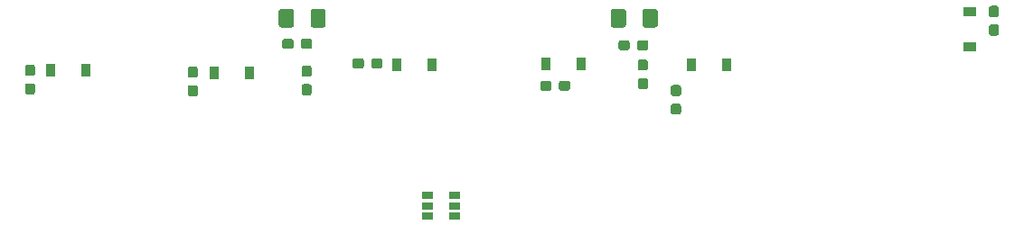
<source format=gbr>
G04 #@! TF.GenerationSoftware,KiCad,Pcbnew,(5.1.2)-1*
G04 #@! TF.CreationDate,2019-10-20T15:18:29-05:00*
G04 #@! TF.ProjectId,MotorController_Hardware,4d6f746f-7243-46f6-9e74-726f6c6c6572,rev?*
G04 #@! TF.SameCoordinates,Original*
G04 #@! TF.FileFunction,Paste,Bot*
G04 #@! TF.FilePolarity,Positive*
%FSLAX46Y46*%
G04 Gerber Fmt 4.6, Leading zero omitted, Abs format (unit mm)*
G04 Created by KiCad (PCBNEW (5.1.2)-1) date 2019-10-20 15:18:29*
%MOMM*%
%LPD*%
G04 APERTURE LIST*
%ADD10C,0.100000*%
%ADD11C,0.950000*%
%ADD12R,0.900000X1.200000*%
%ADD13R,1.200000X0.900000*%
%ADD14C,1.425000*%
%ADD15R,1.000000X0.700000*%
G04 APERTURE END LIST*
D10*
G36*
X128707779Y-74710144D02*
G01*
X128730834Y-74713563D01*
X128753443Y-74719227D01*
X128775387Y-74727079D01*
X128796457Y-74737044D01*
X128816448Y-74749026D01*
X128835168Y-74762910D01*
X128852438Y-74778562D01*
X128868090Y-74795832D01*
X128881974Y-74814552D01*
X128893956Y-74834543D01*
X128903921Y-74855613D01*
X128911773Y-74877557D01*
X128917437Y-74900166D01*
X128920856Y-74923221D01*
X128922000Y-74946500D01*
X128922000Y-75421500D01*
X128920856Y-75444779D01*
X128917437Y-75467834D01*
X128911773Y-75490443D01*
X128903921Y-75512387D01*
X128893956Y-75533457D01*
X128881974Y-75553448D01*
X128868090Y-75572168D01*
X128852438Y-75589438D01*
X128835168Y-75605090D01*
X128816448Y-75618974D01*
X128796457Y-75630956D01*
X128775387Y-75640921D01*
X128753443Y-75648773D01*
X128730834Y-75654437D01*
X128707779Y-75657856D01*
X128684500Y-75659000D01*
X128109500Y-75659000D01*
X128086221Y-75657856D01*
X128063166Y-75654437D01*
X128040557Y-75648773D01*
X128018613Y-75640921D01*
X127997543Y-75630956D01*
X127977552Y-75618974D01*
X127958832Y-75605090D01*
X127941562Y-75589438D01*
X127925910Y-75572168D01*
X127912026Y-75553448D01*
X127900044Y-75533457D01*
X127890079Y-75512387D01*
X127882227Y-75490443D01*
X127876563Y-75467834D01*
X127873144Y-75444779D01*
X127872000Y-75421500D01*
X127872000Y-74946500D01*
X127873144Y-74923221D01*
X127876563Y-74900166D01*
X127882227Y-74877557D01*
X127890079Y-74855613D01*
X127900044Y-74834543D01*
X127912026Y-74814552D01*
X127925910Y-74795832D01*
X127941562Y-74778562D01*
X127958832Y-74762910D01*
X127977552Y-74749026D01*
X127997543Y-74737044D01*
X128018613Y-74727079D01*
X128040557Y-74719227D01*
X128063166Y-74713563D01*
X128086221Y-74710144D01*
X128109500Y-74709000D01*
X128684500Y-74709000D01*
X128707779Y-74710144D01*
X128707779Y-74710144D01*
G37*
D11*
X128397000Y-75184000D03*
D10*
G36*
X126957779Y-74710144D02*
G01*
X126980834Y-74713563D01*
X127003443Y-74719227D01*
X127025387Y-74727079D01*
X127046457Y-74737044D01*
X127066448Y-74749026D01*
X127085168Y-74762910D01*
X127102438Y-74778562D01*
X127118090Y-74795832D01*
X127131974Y-74814552D01*
X127143956Y-74834543D01*
X127153921Y-74855613D01*
X127161773Y-74877557D01*
X127167437Y-74900166D01*
X127170856Y-74923221D01*
X127172000Y-74946500D01*
X127172000Y-75421500D01*
X127170856Y-75444779D01*
X127167437Y-75467834D01*
X127161773Y-75490443D01*
X127153921Y-75512387D01*
X127143956Y-75533457D01*
X127131974Y-75553448D01*
X127118090Y-75572168D01*
X127102438Y-75589438D01*
X127085168Y-75605090D01*
X127066448Y-75618974D01*
X127046457Y-75630956D01*
X127025387Y-75640921D01*
X127003443Y-75648773D01*
X126980834Y-75654437D01*
X126957779Y-75657856D01*
X126934500Y-75659000D01*
X126359500Y-75659000D01*
X126336221Y-75657856D01*
X126313166Y-75654437D01*
X126290557Y-75648773D01*
X126268613Y-75640921D01*
X126247543Y-75630956D01*
X126227552Y-75618974D01*
X126208832Y-75605090D01*
X126191562Y-75589438D01*
X126175910Y-75572168D01*
X126162026Y-75553448D01*
X126150044Y-75533457D01*
X126140079Y-75512387D01*
X126132227Y-75490443D01*
X126126563Y-75467834D01*
X126123144Y-75444779D01*
X126122000Y-75421500D01*
X126122000Y-74946500D01*
X126123144Y-74923221D01*
X126126563Y-74900166D01*
X126132227Y-74877557D01*
X126140079Y-74855613D01*
X126150044Y-74834543D01*
X126162026Y-74814552D01*
X126175910Y-74795832D01*
X126191562Y-74778562D01*
X126208832Y-74762910D01*
X126227552Y-74749026D01*
X126247543Y-74737044D01*
X126268613Y-74727079D01*
X126290557Y-74719227D01*
X126313166Y-74713563D01*
X126336221Y-74710144D01*
X126359500Y-74709000D01*
X126934500Y-74709000D01*
X126957779Y-74710144D01*
X126957779Y-74710144D01*
G37*
D11*
X126647000Y-75184000D03*
D10*
G36*
X160203779Y-74837144D02*
G01*
X160226834Y-74840563D01*
X160249443Y-74846227D01*
X160271387Y-74854079D01*
X160292457Y-74864044D01*
X160312448Y-74876026D01*
X160331168Y-74889910D01*
X160348438Y-74905562D01*
X160364090Y-74922832D01*
X160377974Y-74941552D01*
X160389956Y-74961543D01*
X160399921Y-74982613D01*
X160407773Y-75004557D01*
X160413437Y-75027166D01*
X160416856Y-75050221D01*
X160418000Y-75073500D01*
X160418000Y-75548500D01*
X160416856Y-75571779D01*
X160413437Y-75594834D01*
X160407773Y-75617443D01*
X160399921Y-75639387D01*
X160389956Y-75660457D01*
X160377974Y-75680448D01*
X160364090Y-75699168D01*
X160348438Y-75716438D01*
X160331168Y-75732090D01*
X160312448Y-75745974D01*
X160292457Y-75757956D01*
X160271387Y-75767921D01*
X160249443Y-75775773D01*
X160226834Y-75781437D01*
X160203779Y-75784856D01*
X160180500Y-75786000D01*
X159605500Y-75786000D01*
X159582221Y-75784856D01*
X159559166Y-75781437D01*
X159536557Y-75775773D01*
X159514613Y-75767921D01*
X159493543Y-75757956D01*
X159473552Y-75745974D01*
X159454832Y-75732090D01*
X159437562Y-75716438D01*
X159421910Y-75699168D01*
X159408026Y-75680448D01*
X159396044Y-75660457D01*
X159386079Y-75639387D01*
X159378227Y-75617443D01*
X159372563Y-75594834D01*
X159369144Y-75571779D01*
X159368000Y-75548500D01*
X159368000Y-75073500D01*
X159369144Y-75050221D01*
X159372563Y-75027166D01*
X159378227Y-75004557D01*
X159386079Y-74982613D01*
X159396044Y-74961543D01*
X159408026Y-74941552D01*
X159421910Y-74922832D01*
X159437562Y-74905562D01*
X159454832Y-74889910D01*
X159473552Y-74876026D01*
X159493543Y-74864044D01*
X159514613Y-74854079D01*
X159536557Y-74846227D01*
X159559166Y-74840563D01*
X159582221Y-74837144D01*
X159605500Y-74836000D01*
X160180500Y-74836000D01*
X160203779Y-74837144D01*
X160203779Y-74837144D01*
G37*
D11*
X159893000Y-75311000D03*
D10*
G36*
X158453779Y-74837144D02*
G01*
X158476834Y-74840563D01*
X158499443Y-74846227D01*
X158521387Y-74854079D01*
X158542457Y-74864044D01*
X158562448Y-74876026D01*
X158581168Y-74889910D01*
X158598438Y-74905562D01*
X158614090Y-74922832D01*
X158627974Y-74941552D01*
X158639956Y-74961543D01*
X158649921Y-74982613D01*
X158657773Y-75004557D01*
X158663437Y-75027166D01*
X158666856Y-75050221D01*
X158668000Y-75073500D01*
X158668000Y-75548500D01*
X158666856Y-75571779D01*
X158663437Y-75594834D01*
X158657773Y-75617443D01*
X158649921Y-75639387D01*
X158639956Y-75660457D01*
X158627974Y-75680448D01*
X158614090Y-75699168D01*
X158598438Y-75716438D01*
X158581168Y-75732090D01*
X158562448Y-75745974D01*
X158542457Y-75757956D01*
X158521387Y-75767921D01*
X158499443Y-75775773D01*
X158476834Y-75781437D01*
X158453779Y-75784856D01*
X158430500Y-75786000D01*
X157855500Y-75786000D01*
X157832221Y-75784856D01*
X157809166Y-75781437D01*
X157786557Y-75775773D01*
X157764613Y-75767921D01*
X157743543Y-75757956D01*
X157723552Y-75745974D01*
X157704832Y-75732090D01*
X157687562Y-75716438D01*
X157671910Y-75699168D01*
X157658026Y-75680448D01*
X157646044Y-75660457D01*
X157636079Y-75639387D01*
X157628227Y-75617443D01*
X157622563Y-75594834D01*
X157619144Y-75571779D01*
X157618000Y-75548500D01*
X157618000Y-75073500D01*
X157619144Y-75050221D01*
X157622563Y-75027166D01*
X157628227Y-75004557D01*
X157636079Y-74982613D01*
X157646044Y-74961543D01*
X157658026Y-74941552D01*
X157671910Y-74922832D01*
X157687562Y-74905562D01*
X157704832Y-74889910D01*
X157723552Y-74876026D01*
X157743543Y-74864044D01*
X157764613Y-74854079D01*
X157786557Y-74846227D01*
X157809166Y-74840563D01*
X157832221Y-74837144D01*
X157855500Y-74836000D01*
X158430500Y-74836000D01*
X158453779Y-74837144D01*
X158453779Y-74837144D01*
G37*
D11*
X158143000Y-75311000D03*
D12*
X107757500Y-77660500D03*
X104457500Y-77660500D03*
X123061000Y-77914500D03*
X119761000Y-77914500D03*
X140143500Y-77152500D03*
X136843500Y-77152500D03*
X150813500Y-77089000D03*
X154113500Y-77089000D03*
X164465000Y-77152500D03*
X167765000Y-77152500D03*
D13*
X190500000Y-75437000D03*
X190500000Y-72137000D03*
D10*
G36*
X102749779Y-78900644D02*
G01*
X102772834Y-78904063D01*
X102795443Y-78909727D01*
X102817387Y-78917579D01*
X102838457Y-78927544D01*
X102858448Y-78939526D01*
X102877168Y-78953410D01*
X102894438Y-78969062D01*
X102910090Y-78986332D01*
X102923974Y-79005052D01*
X102935956Y-79025043D01*
X102945921Y-79046113D01*
X102953773Y-79068057D01*
X102959437Y-79090666D01*
X102962856Y-79113721D01*
X102964000Y-79137000D01*
X102964000Y-79712000D01*
X102962856Y-79735279D01*
X102959437Y-79758334D01*
X102953773Y-79780943D01*
X102945921Y-79802887D01*
X102935956Y-79823957D01*
X102923974Y-79843948D01*
X102910090Y-79862668D01*
X102894438Y-79879938D01*
X102877168Y-79895590D01*
X102858448Y-79909474D01*
X102838457Y-79921456D01*
X102817387Y-79931421D01*
X102795443Y-79939273D01*
X102772834Y-79944937D01*
X102749779Y-79948356D01*
X102726500Y-79949500D01*
X102251500Y-79949500D01*
X102228221Y-79948356D01*
X102205166Y-79944937D01*
X102182557Y-79939273D01*
X102160613Y-79931421D01*
X102139543Y-79921456D01*
X102119552Y-79909474D01*
X102100832Y-79895590D01*
X102083562Y-79879938D01*
X102067910Y-79862668D01*
X102054026Y-79843948D01*
X102042044Y-79823957D01*
X102032079Y-79802887D01*
X102024227Y-79780943D01*
X102018563Y-79758334D01*
X102015144Y-79735279D01*
X102014000Y-79712000D01*
X102014000Y-79137000D01*
X102015144Y-79113721D01*
X102018563Y-79090666D01*
X102024227Y-79068057D01*
X102032079Y-79046113D01*
X102042044Y-79025043D01*
X102054026Y-79005052D01*
X102067910Y-78986332D01*
X102083562Y-78969062D01*
X102100832Y-78953410D01*
X102119552Y-78939526D01*
X102139543Y-78927544D01*
X102160613Y-78917579D01*
X102182557Y-78909727D01*
X102205166Y-78904063D01*
X102228221Y-78900644D01*
X102251500Y-78899500D01*
X102726500Y-78899500D01*
X102749779Y-78900644D01*
X102749779Y-78900644D01*
G37*
D11*
X102489000Y-79424500D03*
D10*
G36*
X102749779Y-77150644D02*
G01*
X102772834Y-77154063D01*
X102795443Y-77159727D01*
X102817387Y-77167579D01*
X102838457Y-77177544D01*
X102858448Y-77189526D01*
X102877168Y-77203410D01*
X102894438Y-77219062D01*
X102910090Y-77236332D01*
X102923974Y-77255052D01*
X102935956Y-77275043D01*
X102945921Y-77296113D01*
X102953773Y-77318057D01*
X102959437Y-77340666D01*
X102962856Y-77363721D01*
X102964000Y-77387000D01*
X102964000Y-77962000D01*
X102962856Y-77985279D01*
X102959437Y-78008334D01*
X102953773Y-78030943D01*
X102945921Y-78052887D01*
X102935956Y-78073957D01*
X102923974Y-78093948D01*
X102910090Y-78112668D01*
X102894438Y-78129938D01*
X102877168Y-78145590D01*
X102858448Y-78159474D01*
X102838457Y-78171456D01*
X102817387Y-78181421D01*
X102795443Y-78189273D01*
X102772834Y-78194937D01*
X102749779Y-78198356D01*
X102726500Y-78199500D01*
X102251500Y-78199500D01*
X102228221Y-78198356D01*
X102205166Y-78194937D01*
X102182557Y-78189273D01*
X102160613Y-78181421D01*
X102139543Y-78171456D01*
X102119552Y-78159474D01*
X102100832Y-78145590D01*
X102083562Y-78129938D01*
X102067910Y-78112668D01*
X102054026Y-78093948D01*
X102042044Y-78073957D01*
X102032079Y-78052887D01*
X102024227Y-78030943D01*
X102018563Y-78008334D01*
X102015144Y-77985279D01*
X102014000Y-77962000D01*
X102014000Y-77387000D01*
X102015144Y-77363721D01*
X102018563Y-77340666D01*
X102024227Y-77318057D01*
X102032079Y-77296113D01*
X102042044Y-77275043D01*
X102054026Y-77255052D01*
X102067910Y-77236332D01*
X102083562Y-77219062D01*
X102100832Y-77203410D01*
X102119552Y-77189526D01*
X102139543Y-77177544D01*
X102160613Y-77167579D01*
X102182557Y-77159727D01*
X102205166Y-77154063D01*
X102228221Y-77150644D01*
X102251500Y-77149500D01*
X102726500Y-77149500D01*
X102749779Y-77150644D01*
X102749779Y-77150644D01*
G37*
D11*
X102489000Y-77674500D03*
D10*
G36*
X117989779Y-79077144D02*
G01*
X118012834Y-79080563D01*
X118035443Y-79086227D01*
X118057387Y-79094079D01*
X118078457Y-79104044D01*
X118098448Y-79116026D01*
X118117168Y-79129910D01*
X118134438Y-79145562D01*
X118150090Y-79162832D01*
X118163974Y-79181552D01*
X118175956Y-79201543D01*
X118185921Y-79222613D01*
X118193773Y-79244557D01*
X118199437Y-79267166D01*
X118202856Y-79290221D01*
X118204000Y-79313500D01*
X118204000Y-79888500D01*
X118202856Y-79911779D01*
X118199437Y-79934834D01*
X118193773Y-79957443D01*
X118185921Y-79979387D01*
X118175956Y-80000457D01*
X118163974Y-80020448D01*
X118150090Y-80039168D01*
X118134438Y-80056438D01*
X118117168Y-80072090D01*
X118098448Y-80085974D01*
X118078457Y-80097956D01*
X118057387Y-80107921D01*
X118035443Y-80115773D01*
X118012834Y-80121437D01*
X117989779Y-80124856D01*
X117966500Y-80126000D01*
X117491500Y-80126000D01*
X117468221Y-80124856D01*
X117445166Y-80121437D01*
X117422557Y-80115773D01*
X117400613Y-80107921D01*
X117379543Y-80097956D01*
X117359552Y-80085974D01*
X117340832Y-80072090D01*
X117323562Y-80056438D01*
X117307910Y-80039168D01*
X117294026Y-80020448D01*
X117282044Y-80000457D01*
X117272079Y-79979387D01*
X117264227Y-79957443D01*
X117258563Y-79934834D01*
X117255144Y-79911779D01*
X117254000Y-79888500D01*
X117254000Y-79313500D01*
X117255144Y-79290221D01*
X117258563Y-79267166D01*
X117264227Y-79244557D01*
X117272079Y-79222613D01*
X117282044Y-79201543D01*
X117294026Y-79181552D01*
X117307910Y-79162832D01*
X117323562Y-79145562D01*
X117340832Y-79129910D01*
X117359552Y-79116026D01*
X117379543Y-79104044D01*
X117400613Y-79094079D01*
X117422557Y-79086227D01*
X117445166Y-79080563D01*
X117468221Y-79077144D01*
X117491500Y-79076000D01*
X117966500Y-79076000D01*
X117989779Y-79077144D01*
X117989779Y-79077144D01*
G37*
D11*
X117729000Y-79601000D03*
D10*
G36*
X117989779Y-77327144D02*
G01*
X118012834Y-77330563D01*
X118035443Y-77336227D01*
X118057387Y-77344079D01*
X118078457Y-77354044D01*
X118098448Y-77366026D01*
X118117168Y-77379910D01*
X118134438Y-77395562D01*
X118150090Y-77412832D01*
X118163974Y-77431552D01*
X118175956Y-77451543D01*
X118185921Y-77472613D01*
X118193773Y-77494557D01*
X118199437Y-77517166D01*
X118202856Y-77540221D01*
X118204000Y-77563500D01*
X118204000Y-78138500D01*
X118202856Y-78161779D01*
X118199437Y-78184834D01*
X118193773Y-78207443D01*
X118185921Y-78229387D01*
X118175956Y-78250457D01*
X118163974Y-78270448D01*
X118150090Y-78289168D01*
X118134438Y-78306438D01*
X118117168Y-78322090D01*
X118098448Y-78335974D01*
X118078457Y-78347956D01*
X118057387Y-78357921D01*
X118035443Y-78365773D01*
X118012834Y-78371437D01*
X117989779Y-78374856D01*
X117966500Y-78376000D01*
X117491500Y-78376000D01*
X117468221Y-78374856D01*
X117445166Y-78371437D01*
X117422557Y-78365773D01*
X117400613Y-78357921D01*
X117379543Y-78347956D01*
X117359552Y-78335974D01*
X117340832Y-78322090D01*
X117323562Y-78306438D01*
X117307910Y-78289168D01*
X117294026Y-78270448D01*
X117282044Y-78250457D01*
X117272079Y-78229387D01*
X117264227Y-78207443D01*
X117258563Y-78184834D01*
X117255144Y-78161779D01*
X117254000Y-78138500D01*
X117254000Y-77563500D01*
X117255144Y-77540221D01*
X117258563Y-77517166D01*
X117264227Y-77494557D01*
X117272079Y-77472613D01*
X117282044Y-77451543D01*
X117294026Y-77431552D01*
X117307910Y-77412832D01*
X117323562Y-77395562D01*
X117340832Y-77379910D01*
X117359552Y-77366026D01*
X117379543Y-77354044D01*
X117400613Y-77344079D01*
X117422557Y-77336227D01*
X117445166Y-77330563D01*
X117468221Y-77327144D01*
X117491500Y-77326000D01*
X117966500Y-77326000D01*
X117989779Y-77327144D01*
X117989779Y-77327144D01*
G37*
D11*
X117729000Y-77851000D03*
D10*
G36*
X133547779Y-76551644D02*
G01*
X133570834Y-76555063D01*
X133593443Y-76560727D01*
X133615387Y-76568579D01*
X133636457Y-76578544D01*
X133656448Y-76590526D01*
X133675168Y-76604410D01*
X133692438Y-76620062D01*
X133708090Y-76637332D01*
X133721974Y-76656052D01*
X133733956Y-76676043D01*
X133743921Y-76697113D01*
X133751773Y-76719057D01*
X133757437Y-76741666D01*
X133760856Y-76764721D01*
X133762000Y-76788000D01*
X133762000Y-77263000D01*
X133760856Y-77286279D01*
X133757437Y-77309334D01*
X133751773Y-77331943D01*
X133743921Y-77353887D01*
X133733956Y-77374957D01*
X133721974Y-77394948D01*
X133708090Y-77413668D01*
X133692438Y-77430938D01*
X133675168Y-77446590D01*
X133656448Y-77460474D01*
X133636457Y-77472456D01*
X133615387Y-77482421D01*
X133593443Y-77490273D01*
X133570834Y-77495937D01*
X133547779Y-77499356D01*
X133524500Y-77500500D01*
X132949500Y-77500500D01*
X132926221Y-77499356D01*
X132903166Y-77495937D01*
X132880557Y-77490273D01*
X132858613Y-77482421D01*
X132837543Y-77472456D01*
X132817552Y-77460474D01*
X132798832Y-77446590D01*
X132781562Y-77430938D01*
X132765910Y-77413668D01*
X132752026Y-77394948D01*
X132740044Y-77374957D01*
X132730079Y-77353887D01*
X132722227Y-77331943D01*
X132716563Y-77309334D01*
X132713144Y-77286279D01*
X132712000Y-77263000D01*
X132712000Y-76788000D01*
X132713144Y-76764721D01*
X132716563Y-76741666D01*
X132722227Y-76719057D01*
X132730079Y-76697113D01*
X132740044Y-76676043D01*
X132752026Y-76656052D01*
X132765910Y-76637332D01*
X132781562Y-76620062D01*
X132798832Y-76604410D01*
X132817552Y-76590526D01*
X132837543Y-76578544D01*
X132858613Y-76568579D01*
X132880557Y-76560727D01*
X132903166Y-76555063D01*
X132926221Y-76551644D01*
X132949500Y-76550500D01*
X133524500Y-76550500D01*
X133547779Y-76551644D01*
X133547779Y-76551644D01*
G37*
D11*
X133237000Y-77025500D03*
D10*
G36*
X135297779Y-76551644D02*
G01*
X135320834Y-76555063D01*
X135343443Y-76560727D01*
X135365387Y-76568579D01*
X135386457Y-76578544D01*
X135406448Y-76590526D01*
X135425168Y-76604410D01*
X135442438Y-76620062D01*
X135458090Y-76637332D01*
X135471974Y-76656052D01*
X135483956Y-76676043D01*
X135493921Y-76697113D01*
X135501773Y-76719057D01*
X135507437Y-76741666D01*
X135510856Y-76764721D01*
X135512000Y-76788000D01*
X135512000Y-77263000D01*
X135510856Y-77286279D01*
X135507437Y-77309334D01*
X135501773Y-77331943D01*
X135493921Y-77353887D01*
X135483956Y-77374957D01*
X135471974Y-77394948D01*
X135458090Y-77413668D01*
X135442438Y-77430938D01*
X135425168Y-77446590D01*
X135406448Y-77460474D01*
X135386457Y-77472456D01*
X135365387Y-77482421D01*
X135343443Y-77490273D01*
X135320834Y-77495937D01*
X135297779Y-77499356D01*
X135274500Y-77500500D01*
X134699500Y-77500500D01*
X134676221Y-77499356D01*
X134653166Y-77495937D01*
X134630557Y-77490273D01*
X134608613Y-77482421D01*
X134587543Y-77472456D01*
X134567552Y-77460474D01*
X134548832Y-77446590D01*
X134531562Y-77430938D01*
X134515910Y-77413668D01*
X134502026Y-77394948D01*
X134490044Y-77374957D01*
X134480079Y-77353887D01*
X134472227Y-77331943D01*
X134466563Y-77309334D01*
X134463144Y-77286279D01*
X134462000Y-77263000D01*
X134462000Y-76788000D01*
X134463144Y-76764721D01*
X134466563Y-76741666D01*
X134472227Y-76719057D01*
X134480079Y-76697113D01*
X134490044Y-76676043D01*
X134502026Y-76656052D01*
X134515910Y-76637332D01*
X134531562Y-76620062D01*
X134548832Y-76604410D01*
X134567552Y-76590526D01*
X134587543Y-76578544D01*
X134608613Y-76568579D01*
X134630557Y-76560727D01*
X134653166Y-76555063D01*
X134676221Y-76551644D01*
X134699500Y-76550500D01*
X135274500Y-76550500D01*
X135297779Y-76551644D01*
X135297779Y-76551644D01*
G37*
D11*
X134987000Y-77025500D03*
D10*
G36*
X151123279Y-78647144D02*
G01*
X151146334Y-78650563D01*
X151168943Y-78656227D01*
X151190887Y-78664079D01*
X151211957Y-78674044D01*
X151231948Y-78686026D01*
X151250668Y-78699910D01*
X151267938Y-78715562D01*
X151283590Y-78732832D01*
X151297474Y-78751552D01*
X151309456Y-78771543D01*
X151319421Y-78792613D01*
X151327273Y-78814557D01*
X151332937Y-78837166D01*
X151336356Y-78860221D01*
X151337500Y-78883500D01*
X151337500Y-79358500D01*
X151336356Y-79381779D01*
X151332937Y-79404834D01*
X151327273Y-79427443D01*
X151319421Y-79449387D01*
X151309456Y-79470457D01*
X151297474Y-79490448D01*
X151283590Y-79509168D01*
X151267938Y-79526438D01*
X151250668Y-79542090D01*
X151231948Y-79555974D01*
X151211957Y-79567956D01*
X151190887Y-79577921D01*
X151168943Y-79585773D01*
X151146334Y-79591437D01*
X151123279Y-79594856D01*
X151100000Y-79596000D01*
X150525000Y-79596000D01*
X150501721Y-79594856D01*
X150478666Y-79591437D01*
X150456057Y-79585773D01*
X150434113Y-79577921D01*
X150413043Y-79567956D01*
X150393052Y-79555974D01*
X150374332Y-79542090D01*
X150357062Y-79526438D01*
X150341410Y-79509168D01*
X150327526Y-79490448D01*
X150315544Y-79470457D01*
X150305579Y-79449387D01*
X150297727Y-79427443D01*
X150292063Y-79404834D01*
X150288644Y-79381779D01*
X150287500Y-79358500D01*
X150287500Y-78883500D01*
X150288644Y-78860221D01*
X150292063Y-78837166D01*
X150297727Y-78814557D01*
X150305579Y-78792613D01*
X150315544Y-78771543D01*
X150327526Y-78751552D01*
X150341410Y-78732832D01*
X150357062Y-78715562D01*
X150374332Y-78699910D01*
X150393052Y-78686026D01*
X150413043Y-78674044D01*
X150434113Y-78664079D01*
X150456057Y-78656227D01*
X150478666Y-78650563D01*
X150501721Y-78647144D01*
X150525000Y-78646000D01*
X151100000Y-78646000D01*
X151123279Y-78647144D01*
X151123279Y-78647144D01*
G37*
D11*
X150812500Y-79121000D03*
D10*
G36*
X152873279Y-78647144D02*
G01*
X152896334Y-78650563D01*
X152918943Y-78656227D01*
X152940887Y-78664079D01*
X152961957Y-78674044D01*
X152981948Y-78686026D01*
X153000668Y-78699910D01*
X153017938Y-78715562D01*
X153033590Y-78732832D01*
X153047474Y-78751552D01*
X153059456Y-78771543D01*
X153069421Y-78792613D01*
X153077273Y-78814557D01*
X153082937Y-78837166D01*
X153086356Y-78860221D01*
X153087500Y-78883500D01*
X153087500Y-79358500D01*
X153086356Y-79381779D01*
X153082937Y-79404834D01*
X153077273Y-79427443D01*
X153069421Y-79449387D01*
X153059456Y-79470457D01*
X153047474Y-79490448D01*
X153033590Y-79509168D01*
X153017938Y-79526438D01*
X153000668Y-79542090D01*
X152981948Y-79555974D01*
X152961957Y-79567956D01*
X152940887Y-79577921D01*
X152918943Y-79585773D01*
X152896334Y-79591437D01*
X152873279Y-79594856D01*
X152850000Y-79596000D01*
X152275000Y-79596000D01*
X152251721Y-79594856D01*
X152228666Y-79591437D01*
X152206057Y-79585773D01*
X152184113Y-79577921D01*
X152163043Y-79567956D01*
X152143052Y-79555974D01*
X152124332Y-79542090D01*
X152107062Y-79526438D01*
X152091410Y-79509168D01*
X152077526Y-79490448D01*
X152065544Y-79470457D01*
X152055579Y-79449387D01*
X152047727Y-79427443D01*
X152042063Y-79404834D01*
X152038644Y-79381779D01*
X152037500Y-79358500D01*
X152037500Y-78883500D01*
X152038644Y-78860221D01*
X152042063Y-78837166D01*
X152047727Y-78814557D01*
X152055579Y-78792613D01*
X152065544Y-78771543D01*
X152077526Y-78751552D01*
X152091410Y-78732832D01*
X152107062Y-78715562D01*
X152124332Y-78699910D01*
X152143052Y-78686026D01*
X152163043Y-78674044D01*
X152184113Y-78664079D01*
X152206057Y-78656227D01*
X152228666Y-78650563D01*
X152251721Y-78647144D01*
X152275000Y-78646000D01*
X152850000Y-78646000D01*
X152873279Y-78647144D01*
X152873279Y-78647144D01*
G37*
D11*
X152562500Y-79121000D03*
D10*
G36*
X163265279Y-79055644D02*
G01*
X163288334Y-79059063D01*
X163310943Y-79064727D01*
X163332887Y-79072579D01*
X163353957Y-79082544D01*
X163373948Y-79094526D01*
X163392668Y-79108410D01*
X163409938Y-79124062D01*
X163425590Y-79141332D01*
X163439474Y-79160052D01*
X163451456Y-79180043D01*
X163461421Y-79201113D01*
X163469273Y-79223057D01*
X163474937Y-79245666D01*
X163478356Y-79268721D01*
X163479500Y-79292000D01*
X163479500Y-79867000D01*
X163478356Y-79890279D01*
X163474937Y-79913334D01*
X163469273Y-79935943D01*
X163461421Y-79957887D01*
X163451456Y-79978957D01*
X163439474Y-79998948D01*
X163425590Y-80017668D01*
X163409938Y-80034938D01*
X163392668Y-80050590D01*
X163373948Y-80064474D01*
X163353957Y-80076456D01*
X163332887Y-80086421D01*
X163310943Y-80094273D01*
X163288334Y-80099937D01*
X163265279Y-80103356D01*
X163242000Y-80104500D01*
X162767000Y-80104500D01*
X162743721Y-80103356D01*
X162720666Y-80099937D01*
X162698057Y-80094273D01*
X162676113Y-80086421D01*
X162655043Y-80076456D01*
X162635052Y-80064474D01*
X162616332Y-80050590D01*
X162599062Y-80034938D01*
X162583410Y-80017668D01*
X162569526Y-79998948D01*
X162557544Y-79978957D01*
X162547579Y-79957887D01*
X162539727Y-79935943D01*
X162534063Y-79913334D01*
X162530644Y-79890279D01*
X162529500Y-79867000D01*
X162529500Y-79292000D01*
X162530644Y-79268721D01*
X162534063Y-79245666D01*
X162539727Y-79223057D01*
X162547579Y-79201113D01*
X162557544Y-79180043D01*
X162569526Y-79160052D01*
X162583410Y-79141332D01*
X162599062Y-79124062D01*
X162616332Y-79108410D01*
X162635052Y-79094526D01*
X162655043Y-79082544D01*
X162676113Y-79072579D01*
X162698057Y-79064727D01*
X162720666Y-79059063D01*
X162743721Y-79055644D01*
X162767000Y-79054500D01*
X163242000Y-79054500D01*
X163265279Y-79055644D01*
X163265279Y-79055644D01*
G37*
D11*
X163004500Y-79579500D03*
D10*
G36*
X163265279Y-80805644D02*
G01*
X163288334Y-80809063D01*
X163310943Y-80814727D01*
X163332887Y-80822579D01*
X163353957Y-80832544D01*
X163373948Y-80844526D01*
X163392668Y-80858410D01*
X163409938Y-80874062D01*
X163425590Y-80891332D01*
X163439474Y-80910052D01*
X163451456Y-80930043D01*
X163461421Y-80951113D01*
X163469273Y-80973057D01*
X163474937Y-80995666D01*
X163478356Y-81018721D01*
X163479500Y-81042000D01*
X163479500Y-81617000D01*
X163478356Y-81640279D01*
X163474937Y-81663334D01*
X163469273Y-81685943D01*
X163461421Y-81707887D01*
X163451456Y-81728957D01*
X163439474Y-81748948D01*
X163425590Y-81767668D01*
X163409938Y-81784938D01*
X163392668Y-81800590D01*
X163373948Y-81814474D01*
X163353957Y-81826456D01*
X163332887Y-81836421D01*
X163310943Y-81844273D01*
X163288334Y-81849937D01*
X163265279Y-81853356D01*
X163242000Y-81854500D01*
X162767000Y-81854500D01*
X162743721Y-81853356D01*
X162720666Y-81849937D01*
X162698057Y-81844273D01*
X162676113Y-81836421D01*
X162655043Y-81826456D01*
X162635052Y-81814474D01*
X162616332Y-81800590D01*
X162599062Y-81784938D01*
X162583410Y-81767668D01*
X162569526Y-81748948D01*
X162557544Y-81728957D01*
X162547579Y-81707887D01*
X162539727Y-81685943D01*
X162534063Y-81663334D01*
X162530644Y-81640279D01*
X162529500Y-81617000D01*
X162529500Y-81042000D01*
X162530644Y-81018721D01*
X162534063Y-80995666D01*
X162539727Y-80973057D01*
X162547579Y-80951113D01*
X162557544Y-80930043D01*
X162569526Y-80910052D01*
X162583410Y-80891332D01*
X162599062Y-80874062D01*
X162616332Y-80858410D01*
X162635052Y-80844526D01*
X162655043Y-80832544D01*
X162676113Y-80822579D01*
X162698057Y-80814727D01*
X162720666Y-80809063D01*
X162743721Y-80805644D01*
X162767000Y-80804500D01*
X163242000Y-80804500D01*
X163265279Y-80805644D01*
X163265279Y-80805644D01*
G37*
D11*
X163004500Y-81329500D03*
D10*
G36*
X193046779Y-73362144D02*
G01*
X193069834Y-73365563D01*
X193092443Y-73371227D01*
X193114387Y-73379079D01*
X193135457Y-73389044D01*
X193155448Y-73401026D01*
X193174168Y-73414910D01*
X193191438Y-73430562D01*
X193207090Y-73447832D01*
X193220974Y-73466552D01*
X193232956Y-73486543D01*
X193242921Y-73507613D01*
X193250773Y-73529557D01*
X193256437Y-73552166D01*
X193259856Y-73575221D01*
X193261000Y-73598500D01*
X193261000Y-74173500D01*
X193259856Y-74196779D01*
X193256437Y-74219834D01*
X193250773Y-74242443D01*
X193242921Y-74264387D01*
X193232956Y-74285457D01*
X193220974Y-74305448D01*
X193207090Y-74324168D01*
X193191438Y-74341438D01*
X193174168Y-74357090D01*
X193155448Y-74370974D01*
X193135457Y-74382956D01*
X193114387Y-74392921D01*
X193092443Y-74400773D01*
X193069834Y-74406437D01*
X193046779Y-74409856D01*
X193023500Y-74411000D01*
X192548500Y-74411000D01*
X192525221Y-74409856D01*
X192502166Y-74406437D01*
X192479557Y-74400773D01*
X192457613Y-74392921D01*
X192436543Y-74382956D01*
X192416552Y-74370974D01*
X192397832Y-74357090D01*
X192380562Y-74341438D01*
X192364910Y-74324168D01*
X192351026Y-74305448D01*
X192339044Y-74285457D01*
X192329079Y-74264387D01*
X192321227Y-74242443D01*
X192315563Y-74219834D01*
X192312144Y-74196779D01*
X192311000Y-74173500D01*
X192311000Y-73598500D01*
X192312144Y-73575221D01*
X192315563Y-73552166D01*
X192321227Y-73529557D01*
X192329079Y-73507613D01*
X192339044Y-73486543D01*
X192351026Y-73466552D01*
X192364910Y-73447832D01*
X192380562Y-73430562D01*
X192397832Y-73414910D01*
X192416552Y-73401026D01*
X192436543Y-73389044D01*
X192457613Y-73379079D01*
X192479557Y-73371227D01*
X192502166Y-73365563D01*
X192525221Y-73362144D01*
X192548500Y-73361000D01*
X193023500Y-73361000D01*
X193046779Y-73362144D01*
X193046779Y-73362144D01*
G37*
D11*
X192786000Y-73886000D03*
D10*
G36*
X193046779Y-71612144D02*
G01*
X193069834Y-71615563D01*
X193092443Y-71621227D01*
X193114387Y-71629079D01*
X193135457Y-71639044D01*
X193155448Y-71651026D01*
X193174168Y-71664910D01*
X193191438Y-71680562D01*
X193207090Y-71697832D01*
X193220974Y-71716552D01*
X193232956Y-71736543D01*
X193242921Y-71757613D01*
X193250773Y-71779557D01*
X193256437Y-71802166D01*
X193259856Y-71825221D01*
X193261000Y-71848500D01*
X193261000Y-72423500D01*
X193259856Y-72446779D01*
X193256437Y-72469834D01*
X193250773Y-72492443D01*
X193242921Y-72514387D01*
X193232956Y-72535457D01*
X193220974Y-72555448D01*
X193207090Y-72574168D01*
X193191438Y-72591438D01*
X193174168Y-72607090D01*
X193155448Y-72620974D01*
X193135457Y-72632956D01*
X193114387Y-72642921D01*
X193092443Y-72650773D01*
X193069834Y-72656437D01*
X193046779Y-72659856D01*
X193023500Y-72661000D01*
X192548500Y-72661000D01*
X192525221Y-72659856D01*
X192502166Y-72656437D01*
X192479557Y-72650773D01*
X192457613Y-72642921D01*
X192436543Y-72632956D01*
X192416552Y-72620974D01*
X192397832Y-72607090D01*
X192380562Y-72591438D01*
X192364910Y-72574168D01*
X192351026Y-72555448D01*
X192339044Y-72535457D01*
X192329079Y-72514387D01*
X192321227Y-72492443D01*
X192315563Y-72469834D01*
X192312144Y-72446779D01*
X192311000Y-72423500D01*
X192311000Y-71848500D01*
X192312144Y-71825221D01*
X192315563Y-71802166D01*
X192321227Y-71779557D01*
X192329079Y-71757613D01*
X192339044Y-71736543D01*
X192351026Y-71716552D01*
X192364910Y-71697832D01*
X192380562Y-71680562D01*
X192397832Y-71664910D01*
X192416552Y-71651026D01*
X192436543Y-71639044D01*
X192457613Y-71629079D01*
X192479557Y-71621227D01*
X192502166Y-71615563D01*
X192525221Y-71612144D01*
X192548500Y-71611000D01*
X193023500Y-71611000D01*
X193046779Y-71612144D01*
X193046779Y-71612144D01*
G37*
D11*
X192786000Y-72136000D03*
D10*
G36*
X126988504Y-71897204D02*
G01*
X127012773Y-71900804D01*
X127036571Y-71906765D01*
X127059671Y-71915030D01*
X127081849Y-71925520D01*
X127102893Y-71938133D01*
X127122598Y-71952747D01*
X127140777Y-71969223D01*
X127157253Y-71987402D01*
X127171867Y-72007107D01*
X127184480Y-72028151D01*
X127194970Y-72050329D01*
X127203235Y-72073429D01*
X127209196Y-72097227D01*
X127212796Y-72121496D01*
X127214000Y-72146000D01*
X127214000Y-73396000D01*
X127212796Y-73420504D01*
X127209196Y-73444773D01*
X127203235Y-73468571D01*
X127194970Y-73491671D01*
X127184480Y-73513849D01*
X127171867Y-73534893D01*
X127157253Y-73554598D01*
X127140777Y-73572777D01*
X127122598Y-73589253D01*
X127102893Y-73603867D01*
X127081849Y-73616480D01*
X127059671Y-73626970D01*
X127036571Y-73635235D01*
X127012773Y-73641196D01*
X126988504Y-73644796D01*
X126964000Y-73646000D01*
X126039000Y-73646000D01*
X126014496Y-73644796D01*
X125990227Y-73641196D01*
X125966429Y-73635235D01*
X125943329Y-73626970D01*
X125921151Y-73616480D01*
X125900107Y-73603867D01*
X125880402Y-73589253D01*
X125862223Y-73572777D01*
X125845747Y-73554598D01*
X125831133Y-73534893D01*
X125818520Y-73513849D01*
X125808030Y-73491671D01*
X125799765Y-73468571D01*
X125793804Y-73444773D01*
X125790204Y-73420504D01*
X125789000Y-73396000D01*
X125789000Y-72146000D01*
X125790204Y-72121496D01*
X125793804Y-72097227D01*
X125799765Y-72073429D01*
X125808030Y-72050329D01*
X125818520Y-72028151D01*
X125831133Y-72007107D01*
X125845747Y-71987402D01*
X125862223Y-71969223D01*
X125880402Y-71952747D01*
X125900107Y-71938133D01*
X125921151Y-71925520D01*
X125943329Y-71915030D01*
X125966429Y-71906765D01*
X125990227Y-71900804D01*
X126014496Y-71897204D01*
X126039000Y-71896000D01*
X126964000Y-71896000D01*
X126988504Y-71897204D01*
X126988504Y-71897204D01*
G37*
D14*
X126501500Y-72771000D03*
D10*
G36*
X129963504Y-71897204D02*
G01*
X129987773Y-71900804D01*
X130011571Y-71906765D01*
X130034671Y-71915030D01*
X130056849Y-71925520D01*
X130077893Y-71938133D01*
X130097598Y-71952747D01*
X130115777Y-71969223D01*
X130132253Y-71987402D01*
X130146867Y-72007107D01*
X130159480Y-72028151D01*
X130169970Y-72050329D01*
X130178235Y-72073429D01*
X130184196Y-72097227D01*
X130187796Y-72121496D01*
X130189000Y-72146000D01*
X130189000Y-73396000D01*
X130187796Y-73420504D01*
X130184196Y-73444773D01*
X130178235Y-73468571D01*
X130169970Y-73491671D01*
X130159480Y-73513849D01*
X130146867Y-73534893D01*
X130132253Y-73554598D01*
X130115777Y-73572777D01*
X130097598Y-73589253D01*
X130077893Y-73603867D01*
X130056849Y-73616480D01*
X130034671Y-73626970D01*
X130011571Y-73635235D01*
X129987773Y-73641196D01*
X129963504Y-73644796D01*
X129939000Y-73646000D01*
X129014000Y-73646000D01*
X128989496Y-73644796D01*
X128965227Y-73641196D01*
X128941429Y-73635235D01*
X128918329Y-73626970D01*
X128896151Y-73616480D01*
X128875107Y-73603867D01*
X128855402Y-73589253D01*
X128837223Y-73572777D01*
X128820747Y-73554598D01*
X128806133Y-73534893D01*
X128793520Y-73513849D01*
X128783030Y-73491671D01*
X128774765Y-73468571D01*
X128768804Y-73444773D01*
X128765204Y-73420504D01*
X128764000Y-73396000D01*
X128764000Y-72146000D01*
X128765204Y-72121496D01*
X128768804Y-72097227D01*
X128774765Y-72073429D01*
X128783030Y-72050329D01*
X128793520Y-72028151D01*
X128806133Y-72007107D01*
X128820747Y-71987402D01*
X128837223Y-71969223D01*
X128855402Y-71952747D01*
X128875107Y-71938133D01*
X128896151Y-71925520D01*
X128918329Y-71915030D01*
X128941429Y-71906765D01*
X128965227Y-71900804D01*
X128989496Y-71897204D01*
X129014000Y-71896000D01*
X129939000Y-71896000D01*
X129963504Y-71897204D01*
X129963504Y-71897204D01*
G37*
D14*
X129476500Y-72771000D03*
D10*
G36*
X161069004Y-71897204D02*
G01*
X161093273Y-71900804D01*
X161117071Y-71906765D01*
X161140171Y-71915030D01*
X161162349Y-71925520D01*
X161183393Y-71938133D01*
X161203098Y-71952747D01*
X161221277Y-71969223D01*
X161237753Y-71987402D01*
X161252367Y-72007107D01*
X161264980Y-72028151D01*
X161275470Y-72050329D01*
X161283735Y-72073429D01*
X161289696Y-72097227D01*
X161293296Y-72121496D01*
X161294500Y-72146000D01*
X161294500Y-73396000D01*
X161293296Y-73420504D01*
X161289696Y-73444773D01*
X161283735Y-73468571D01*
X161275470Y-73491671D01*
X161264980Y-73513849D01*
X161252367Y-73534893D01*
X161237753Y-73554598D01*
X161221277Y-73572777D01*
X161203098Y-73589253D01*
X161183393Y-73603867D01*
X161162349Y-73616480D01*
X161140171Y-73626970D01*
X161117071Y-73635235D01*
X161093273Y-73641196D01*
X161069004Y-73644796D01*
X161044500Y-73646000D01*
X160119500Y-73646000D01*
X160094996Y-73644796D01*
X160070727Y-73641196D01*
X160046929Y-73635235D01*
X160023829Y-73626970D01*
X160001651Y-73616480D01*
X159980607Y-73603867D01*
X159960902Y-73589253D01*
X159942723Y-73572777D01*
X159926247Y-73554598D01*
X159911633Y-73534893D01*
X159899020Y-73513849D01*
X159888530Y-73491671D01*
X159880265Y-73468571D01*
X159874304Y-73444773D01*
X159870704Y-73420504D01*
X159869500Y-73396000D01*
X159869500Y-72146000D01*
X159870704Y-72121496D01*
X159874304Y-72097227D01*
X159880265Y-72073429D01*
X159888530Y-72050329D01*
X159899020Y-72028151D01*
X159911633Y-72007107D01*
X159926247Y-71987402D01*
X159942723Y-71969223D01*
X159960902Y-71952747D01*
X159980607Y-71938133D01*
X160001651Y-71925520D01*
X160023829Y-71915030D01*
X160046929Y-71906765D01*
X160070727Y-71900804D01*
X160094996Y-71897204D01*
X160119500Y-71896000D01*
X161044500Y-71896000D01*
X161069004Y-71897204D01*
X161069004Y-71897204D01*
G37*
D14*
X160582000Y-72771000D03*
D10*
G36*
X158094004Y-71897204D02*
G01*
X158118273Y-71900804D01*
X158142071Y-71906765D01*
X158165171Y-71915030D01*
X158187349Y-71925520D01*
X158208393Y-71938133D01*
X158228098Y-71952747D01*
X158246277Y-71969223D01*
X158262753Y-71987402D01*
X158277367Y-72007107D01*
X158289980Y-72028151D01*
X158300470Y-72050329D01*
X158308735Y-72073429D01*
X158314696Y-72097227D01*
X158318296Y-72121496D01*
X158319500Y-72146000D01*
X158319500Y-73396000D01*
X158318296Y-73420504D01*
X158314696Y-73444773D01*
X158308735Y-73468571D01*
X158300470Y-73491671D01*
X158289980Y-73513849D01*
X158277367Y-73534893D01*
X158262753Y-73554598D01*
X158246277Y-73572777D01*
X158228098Y-73589253D01*
X158208393Y-73603867D01*
X158187349Y-73616480D01*
X158165171Y-73626970D01*
X158142071Y-73635235D01*
X158118273Y-73641196D01*
X158094004Y-73644796D01*
X158069500Y-73646000D01*
X157144500Y-73646000D01*
X157119996Y-73644796D01*
X157095727Y-73641196D01*
X157071929Y-73635235D01*
X157048829Y-73626970D01*
X157026651Y-73616480D01*
X157005607Y-73603867D01*
X156985902Y-73589253D01*
X156967723Y-73572777D01*
X156951247Y-73554598D01*
X156936633Y-73534893D01*
X156924020Y-73513849D01*
X156913530Y-73491671D01*
X156905265Y-73468571D01*
X156899304Y-73444773D01*
X156895704Y-73420504D01*
X156894500Y-73396000D01*
X156894500Y-72146000D01*
X156895704Y-72121496D01*
X156899304Y-72097227D01*
X156905265Y-72073429D01*
X156913530Y-72050329D01*
X156924020Y-72028151D01*
X156936633Y-72007107D01*
X156951247Y-71987402D01*
X156967723Y-71969223D01*
X156985902Y-71952747D01*
X157005607Y-71938133D01*
X157026651Y-71925520D01*
X157048829Y-71915030D01*
X157071929Y-71906765D01*
X157095727Y-71900804D01*
X157119996Y-71897204D01*
X157144500Y-71896000D01*
X158069500Y-71896000D01*
X158094004Y-71897204D01*
X158094004Y-71897204D01*
G37*
D14*
X157607000Y-72771000D03*
D15*
X142240000Y-89474000D03*
X142240000Y-91374000D03*
X139740000Y-89474000D03*
X139740000Y-91374000D03*
X142240000Y-90424000D03*
X139740000Y-90424000D03*
D10*
G36*
X160153779Y-76656644D02*
G01*
X160176834Y-76660063D01*
X160199443Y-76665727D01*
X160221387Y-76673579D01*
X160242457Y-76683544D01*
X160262448Y-76695526D01*
X160281168Y-76709410D01*
X160298438Y-76725062D01*
X160314090Y-76742332D01*
X160327974Y-76761052D01*
X160339956Y-76781043D01*
X160349921Y-76802113D01*
X160357773Y-76824057D01*
X160363437Y-76846666D01*
X160366856Y-76869721D01*
X160368000Y-76893000D01*
X160368000Y-77468000D01*
X160366856Y-77491279D01*
X160363437Y-77514334D01*
X160357773Y-77536943D01*
X160349921Y-77558887D01*
X160339956Y-77579957D01*
X160327974Y-77599948D01*
X160314090Y-77618668D01*
X160298438Y-77635938D01*
X160281168Y-77651590D01*
X160262448Y-77665474D01*
X160242457Y-77677456D01*
X160221387Y-77687421D01*
X160199443Y-77695273D01*
X160176834Y-77700937D01*
X160153779Y-77704356D01*
X160130500Y-77705500D01*
X159655500Y-77705500D01*
X159632221Y-77704356D01*
X159609166Y-77700937D01*
X159586557Y-77695273D01*
X159564613Y-77687421D01*
X159543543Y-77677456D01*
X159523552Y-77665474D01*
X159504832Y-77651590D01*
X159487562Y-77635938D01*
X159471910Y-77618668D01*
X159458026Y-77599948D01*
X159446044Y-77579957D01*
X159436079Y-77558887D01*
X159428227Y-77536943D01*
X159422563Y-77514334D01*
X159419144Y-77491279D01*
X159418000Y-77468000D01*
X159418000Y-76893000D01*
X159419144Y-76869721D01*
X159422563Y-76846666D01*
X159428227Y-76824057D01*
X159436079Y-76802113D01*
X159446044Y-76781043D01*
X159458026Y-76761052D01*
X159471910Y-76742332D01*
X159487562Y-76725062D01*
X159504832Y-76709410D01*
X159523552Y-76695526D01*
X159543543Y-76683544D01*
X159564613Y-76673579D01*
X159586557Y-76665727D01*
X159609166Y-76660063D01*
X159632221Y-76656644D01*
X159655500Y-76655500D01*
X160130500Y-76655500D01*
X160153779Y-76656644D01*
X160153779Y-76656644D01*
G37*
D11*
X159893000Y-77180500D03*
D10*
G36*
X160153779Y-78406644D02*
G01*
X160176834Y-78410063D01*
X160199443Y-78415727D01*
X160221387Y-78423579D01*
X160242457Y-78433544D01*
X160262448Y-78445526D01*
X160281168Y-78459410D01*
X160298438Y-78475062D01*
X160314090Y-78492332D01*
X160327974Y-78511052D01*
X160339956Y-78531043D01*
X160349921Y-78552113D01*
X160357773Y-78574057D01*
X160363437Y-78596666D01*
X160366856Y-78619721D01*
X160368000Y-78643000D01*
X160368000Y-79218000D01*
X160366856Y-79241279D01*
X160363437Y-79264334D01*
X160357773Y-79286943D01*
X160349921Y-79308887D01*
X160339956Y-79329957D01*
X160327974Y-79349948D01*
X160314090Y-79368668D01*
X160298438Y-79385938D01*
X160281168Y-79401590D01*
X160262448Y-79415474D01*
X160242457Y-79427456D01*
X160221387Y-79437421D01*
X160199443Y-79445273D01*
X160176834Y-79450937D01*
X160153779Y-79454356D01*
X160130500Y-79455500D01*
X159655500Y-79455500D01*
X159632221Y-79454356D01*
X159609166Y-79450937D01*
X159586557Y-79445273D01*
X159564613Y-79437421D01*
X159543543Y-79427456D01*
X159523552Y-79415474D01*
X159504832Y-79401590D01*
X159487562Y-79385938D01*
X159471910Y-79368668D01*
X159458026Y-79349948D01*
X159446044Y-79329957D01*
X159436079Y-79308887D01*
X159428227Y-79286943D01*
X159422563Y-79264334D01*
X159419144Y-79241279D01*
X159418000Y-79218000D01*
X159418000Y-78643000D01*
X159419144Y-78619721D01*
X159422563Y-78596666D01*
X159428227Y-78574057D01*
X159436079Y-78552113D01*
X159446044Y-78531043D01*
X159458026Y-78511052D01*
X159471910Y-78492332D01*
X159487562Y-78475062D01*
X159504832Y-78459410D01*
X159523552Y-78445526D01*
X159543543Y-78433544D01*
X159564613Y-78423579D01*
X159586557Y-78415727D01*
X159609166Y-78410063D01*
X159632221Y-78406644D01*
X159655500Y-78405500D01*
X160130500Y-78405500D01*
X160153779Y-78406644D01*
X160153779Y-78406644D01*
G37*
D11*
X159893000Y-78930500D03*
D10*
G36*
X128657779Y-77228144D02*
G01*
X128680834Y-77231563D01*
X128703443Y-77237227D01*
X128725387Y-77245079D01*
X128746457Y-77255044D01*
X128766448Y-77267026D01*
X128785168Y-77280910D01*
X128802438Y-77296562D01*
X128818090Y-77313832D01*
X128831974Y-77332552D01*
X128843956Y-77352543D01*
X128853921Y-77373613D01*
X128861773Y-77395557D01*
X128867437Y-77418166D01*
X128870856Y-77441221D01*
X128872000Y-77464500D01*
X128872000Y-78039500D01*
X128870856Y-78062779D01*
X128867437Y-78085834D01*
X128861773Y-78108443D01*
X128853921Y-78130387D01*
X128843956Y-78151457D01*
X128831974Y-78171448D01*
X128818090Y-78190168D01*
X128802438Y-78207438D01*
X128785168Y-78223090D01*
X128766448Y-78236974D01*
X128746457Y-78248956D01*
X128725387Y-78258921D01*
X128703443Y-78266773D01*
X128680834Y-78272437D01*
X128657779Y-78275856D01*
X128634500Y-78277000D01*
X128159500Y-78277000D01*
X128136221Y-78275856D01*
X128113166Y-78272437D01*
X128090557Y-78266773D01*
X128068613Y-78258921D01*
X128047543Y-78248956D01*
X128027552Y-78236974D01*
X128008832Y-78223090D01*
X127991562Y-78207438D01*
X127975910Y-78190168D01*
X127962026Y-78171448D01*
X127950044Y-78151457D01*
X127940079Y-78130387D01*
X127932227Y-78108443D01*
X127926563Y-78085834D01*
X127923144Y-78062779D01*
X127922000Y-78039500D01*
X127922000Y-77464500D01*
X127923144Y-77441221D01*
X127926563Y-77418166D01*
X127932227Y-77395557D01*
X127940079Y-77373613D01*
X127950044Y-77352543D01*
X127962026Y-77332552D01*
X127975910Y-77313832D01*
X127991562Y-77296562D01*
X128008832Y-77280910D01*
X128027552Y-77267026D01*
X128047543Y-77255044D01*
X128068613Y-77245079D01*
X128090557Y-77237227D01*
X128113166Y-77231563D01*
X128136221Y-77228144D01*
X128159500Y-77227000D01*
X128634500Y-77227000D01*
X128657779Y-77228144D01*
X128657779Y-77228144D01*
G37*
D11*
X128397000Y-77752000D03*
D10*
G36*
X128657779Y-78978144D02*
G01*
X128680834Y-78981563D01*
X128703443Y-78987227D01*
X128725387Y-78995079D01*
X128746457Y-79005044D01*
X128766448Y-79017026D01*
X128785168Y-79030910D01*
X128802438Y-79046562D01*
X128818090Y-79063832D01*
X128831974Y-79082552D01*
X128843956Y-79102543D01*
X128853921Y-79123613D01*
X128861773Y-79145557D01*
X128867437Y-79168166D01*
X128870856Y-79191221D01*
X128872000Y-79214500D01*
X128872000Y-79789500D01*
X128870856Y-79812779D01*
X128867437Y-79835834D01*
X128861773Y-79858443D01*
X128853921Y-79880387D01*
X128843956Y-79901457D01*
X128831974Y-79921448D01*
X128818090Y-79940168D01*
X128802438Y-79957438D01*
X128785168Y-79973090D01*
X128766448Y-79986974D01*
X128746457Y-79998956D01*
X128725387Y-80008921D01*
X128703443Y-80016773D01*
X128680834Y-80022437D01*
X128657779Y-80025856D01*
X128634500Y-80027000D01*
X128159500Y-80027000D01*
X128136221Y-80025856D01*
X128113166Y-80022437D01*
X128090557Y-80016773D01*
X128068613Y-80008921D01*
X128047543Y-79998956D01*
X128027552Y-79986974D01*
X128008832Y-79973090D01*
X127991562Y-79957438D01*
X127975910Y-79940168D01*
X127962026Y-79921448D01*
X127950044Y-79901457D01*
X127940079Y-79880387D01*
X127932227Y-79858443D01*
X127926563Y-79835834D01*
X127923144Y-79812779D01*
X127922000Y-79789500D01*
X127922000Y-79214500D01*
X127923144Y-79191221D01*
X127926563Y-79168166D01*
X127932227Y-79145557D01*
X127940079Y-79123613D01*
X127950044Y-79102543D01*
X127962026Y-79082552D01*
X127975910Y-79063832D01*
X127991562Y-79046562D01*
X128008832Y-79030910D01*
X128027552Y-79017026D01*
X128047543Y-79005044D01*
X128068613Y-78995079D01*
X128090557Y-78987227D01*
X128113166Y-78981563D01*
X128136221Y-78978144D01*
X128159500Y-78977000D01*
X128634500Y-78977000D01*
X128657779Y-78978144D01*
X128657779Y-78978144D01*
G37*
D11*
X128397000Y-79502000D03*
M02*

</source>
